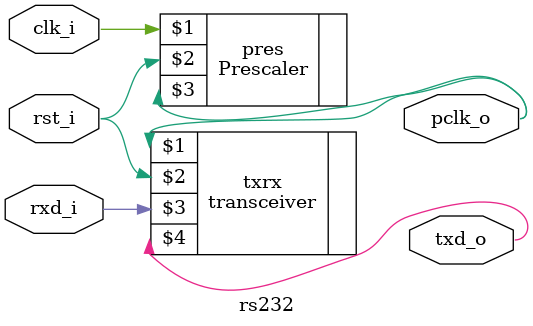
<source format=v>
`timescale 1ns / 1ps

module rs232(clk_i, rst_i, rxd_i, txd_o, pclk_o);
    input clk_i;
    input rst_i;
    input rxd_i;
    output txd_o;
    output pclk_o;
    
    Prescaler pres(clk_i, rst_i, pclk_o);
    transceiver txrx(pclk_o, rst_i, rxd_i, txd_o);
    
endmodule

</source>
